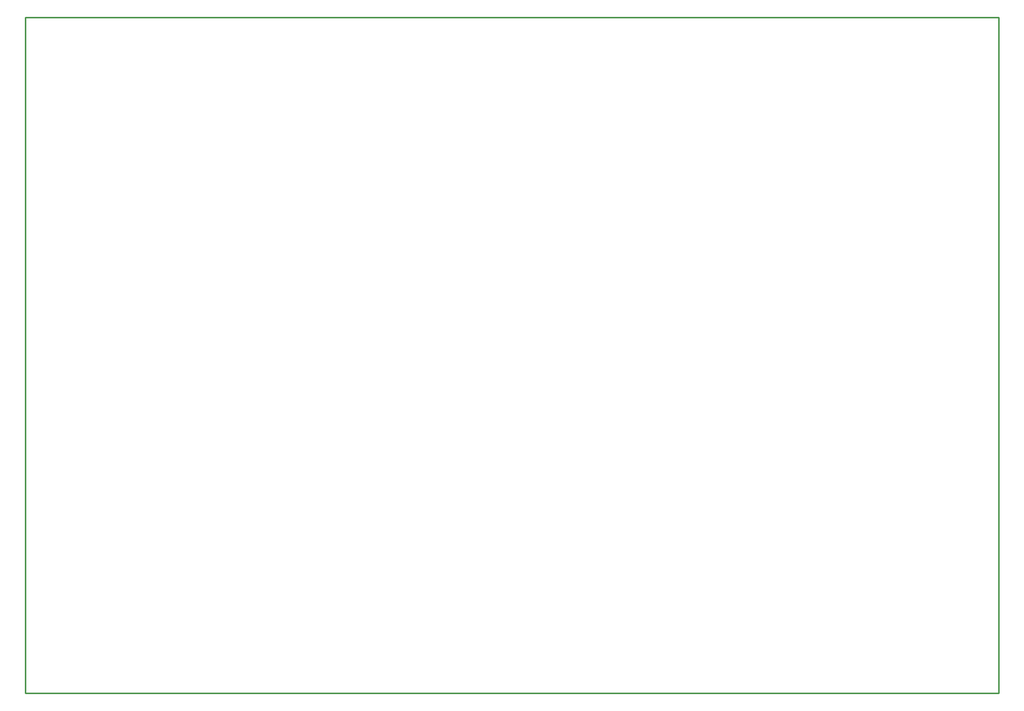
<source format=gbr>
G04 start of page 7 for group 5 idx 6 *
G04 Title: DAISI, outline *
G04 Creator: pcb 20140316 *
G04 CreationDate: Wed 18 Apr 2018 03:14:34 AM GMT UTC *
G04 For: afonsop *
G04 Format: Gerber/RS-274X *
G04 PCB-Dimensions (mil): 6540.00 4540.00 *
G04 PCB-Coordinate-Origin: lower left *
%MOIN*%
%FSLAX25Y25*%
%LNOUTLINE*%
%ADD109C,0.0100*%
G54D109*X0Y454000D02*Y260D01*
X653543D01*
Y454000D01*
X0D01*
M02*

</source>
